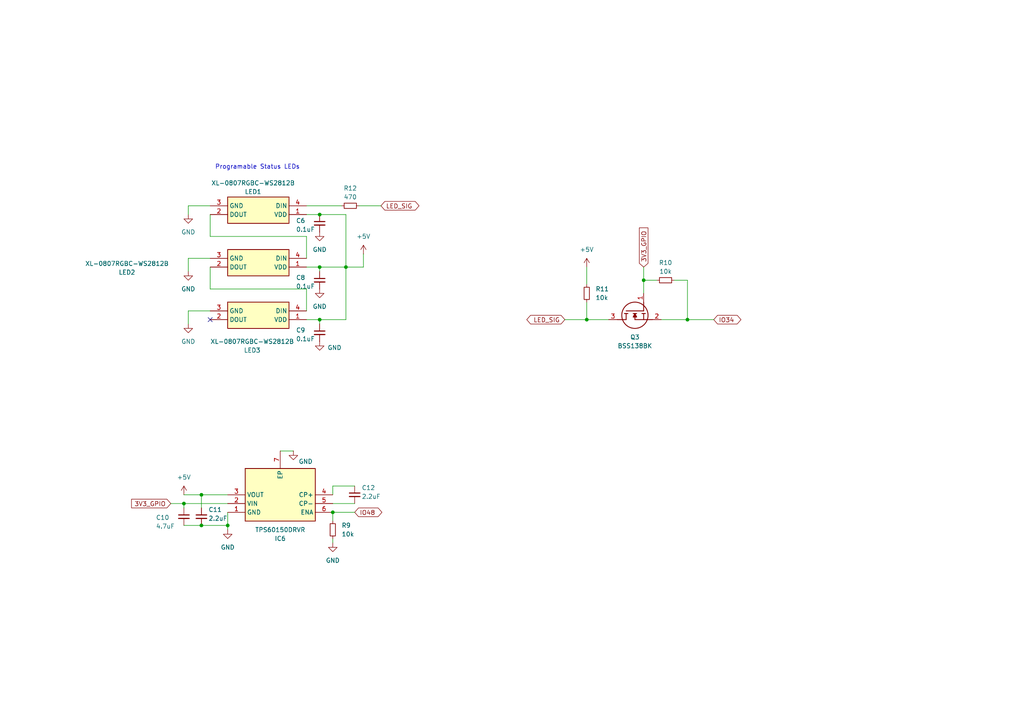
<source format=kicad_sch>
(kicad_sch (version 20231120) (generator "eeschema") (generator_version "8.0")
  (paper "A4")
  (lib_symbols
    (symbol "Device:C_Small" (pin_numbers hide) (pin_names (offset 0.254) hide)
      (property "Reference" "C" (at 0.254 1.778 0))
      (property "Value" "C_Small" (at 0.254 -2.032 0))
      (symbol "C_Small_0_1"
        (polyline (pts (xy -1.524 -0.508) (xy 1.524 -0.508)) (stroke (width 0.3302)))
        (polyline (pts (xy -1.524 0.508) (xy 1.524 0.508)) (stroke (width 0.3048)))
      )
      (symbol "C_Small_1_1"
        (pin passive line (at 0 2.54 270) (length 2.032) (name "~") (number "1"))
        (pin passive line (at 0 -2.54 90) (length 2.032) (name "~") (number "2"))
      )
    )
    (symbol "Device:R_Small" (pin_numbers hide) (pin_names (offset 0.254) hide)
      (property "Reference" "R" (at 0.762 0.508 0))
      (property "Value" "R_Small" (at 0.762 -1.016 0))
      (symbol "R_Small_0_1"
        (rectangle (start -0.762 1.778) (end 0.762 -1.778) (stroke (width 0.2032)))
      )
      (symbol "R_Small_1_1"
        (pin passive line (at 0 2.54 270) (length 0.762) (name "~") (number "1"))
        (pin passive line (at 0 -2.54 90) (length 0.762) (name "~") (number "2"))
      )
    )
    (symbol "power:+5V" (power) (pin_numbers hide) (pin_names (offset 0) hide)
      (property "Value" "+5V" (at 0 3.556 0))
      (symbol "+5V_0_1"
        (polyline (pts (xy -0.762 1.27) (xy 0 2.54)))
        (polyline (pts (xy 0 0) (xy 0 2.54)))
        (polyline (pts (xy 0 2.54) (xy 0.762 1.27)))
      )
      (symbol "+5V_1_1"
        (pin power_in line (at 0 0 90) (length 0) (name "~") (number "1"))
      )
    )
    (symbol "power:GND" (power) (pin_numbers hide) (pin_names (offset 0) hide)
      (property "Value" "GND" (at 0 -3.81 0))
      (symbol "GND_0_1"
        (polyline (pts (xy 0 0) (xy 0 -1.27) (xy 1.27 -1.27) (xy 0 -2.54) (xy -1.27 -1.27) (xy 0 -1.27)))
      )
      (symbol "GND_1_1"
        (pin power_in line (at 0 0 270) (length 0) (name "~") (number "1"))
      )
    )
    (symbol "stackflex_sym_lib:BSS138BK" (pin_names hide)
      (property "Reference" "Q" (at 11.43 3.81 0))
      (property "Value" "BSS138BK" (at 11.43 1.27 0))
      (symbol "BSS138BK_1_1"
        (polyline (pts (xy 2.54 0) (xy 5.08 0)) (stroke (width 0.254)))
        (polyline (pts (xy 5.08 5.08) (xy 5.08 0)) (stroke (width 0.254)))
        (polyline (pts (xy 5.842 -0.508) (xy 5.842 0.508)) (stroke (width 0.254)))
        (polyline (pts (xy 5.842 0) (xy 7.62 0)) (stroke (width 0.254)))
        (polyline (pts (xy 5.842 2.032) (xy 5.842 3.048)) (stroke (width 0.254)))
        (polyline (pts (xy 5.842 5.588) (xy 5.842 4.572)) (stroke (width 0.254)))
        (polyline (pts (xy 7.62 2.54) (xy 5.842 2.54)) (stroke (width 0.254)))
        (polyline (pts (xy 7.62 2.54) (xy 7.62 -2.54)) (stroke (width 0.254)))
        (polyline (pts (xy 7.62 5.08) (xy 5.842 5.08)) (stroke (width 0.254)))
        (polyline (pts (xy 7.62 5.08) (xy 7.62 7.62)) (stroke (width 0.254)))
        (polyline (pts (xy 5.842 2.54) (xy 6.858 3.048) (xy 6.858 2.032) (xy 5.842 2.54)) (stroke (width 0.254)) (fill (type outline)))
        (circle (center 6.35 2.54) (radius 3.81) (stroke (width 0.254)))
        (pin passive line (at 0 0 0) (length 2.54) (name "G") (number "1"))
        (pin passive line (at 7.62 -5.08 90) (length 2.54) (name "S") (number "2"))
        (pin passive line (at 7.62 10.16 270) (length 2.54) (name "D") (number "3"))
      )
    )
    (symbol "stackflex_sym_lib:TPS60150DRVR"
      (property "Reference" "IC" (at 26.67 7.62 0))
      (property "Value" "TPS60150DRVR" (at 26.67 5.08 0))
      (symbol "TPS60150DRVR_1_1"
        (rectangle (start 5.08 2.54) (end 25.4 -12.7) (stroke (width 0.254)) (fill (type background)))
        (pin passive line (at 0 0 0) (length 5.08) (name "GND") (number "1"))
        (pin passive line (at 0 -2.54 0) (length 5.08) (name "VIN") (number "2"))
        (pin passive line (at 0 -5.08 0) (length 5.08) (name "VOUT") (number "3"))
        (pin passive line (at 30.48 -5.08 180) (length 5.08) (name "CP+") (number "4"))
        (pin passive line (at 30.48 -2.54 180) (length 5.08) (name "CP-") (number "5"))
        (pin passive line (at 30.48 0 180) (length 5.08) (name "ENA") (number "6"))
        (pin passive line (at 15.24 -17.78 90) (length 5.08) (name "EP") (number "7"))
      )
    )
    (symbol "stackflex_sym_lib:XL-0807RGBC-WS2812B"
      (property "Reference" "LED" (at 24.13 7.62 0))
      (property "Value" "XL-0807RGBC-WS2812B" (at 24.13 5.08 0))
      (symbol "XL-0807RGBC-WS2812B_1_1"
        (rectangle (start 5.08 2.54) (end 22.86 -5.08) (stroke (width 0.254)) (fill (type background)))
        (pin passive line (at 27.94 0 180) (length 5.08) (name "VDD") (number "1"))
        (pin passive line (at 0 0 0) (length 5.08) (name "DOUT") (number "2"))
        (pin passive line (at 0 -2.54 0) (length 5.08) (name "GND") (number "3"))
        (pin passive line (at 27.94 -2.54 180) (length 5.08) (name "DIN") (number "4"))
      )
    )
  )
  (junction (at 100.33 77.47))
  (junction (at 58.42 152.4))
  (junction (at 170.18 92.71))
  (junction (at 58.42 143.51))
  (junction (at 92.71 77.47))
  (junction (at 92.71 62.23))
  (junction (at 53.34 146.05))
  (junction (at 66.04 152.4))
  (junction (at 96.52 148.59))
  (junction (at 186.69 81.28))
  (junction (at 199.39 92.71))
  (junction (at 92.71 92.71))
  (no_connect (at 60.96 92.71))
  (wire (pts (xy 100.33 62.23) (xy 100.33 77.47)))
  (wire (pts (xy 58.42 143.51) (xy 58.42 147.32)))
  (wire (pts (xy 53.34 143.51) (xy 58.42 143.51)))
  (wire (pts (xy 199.39 81.28) (xy 199.39 92.71)))
  (wire (pts (xy 54.61 74.93) (xy 60.96 74.93)))
  (wire (pts (xy 163.83 92.71) (xy 170.18 92.71)))
  (wire (pts (xy 88.9 83.82) (xy 88.9 90.17)))
  (wire (pts (xy 170.18 87.63) (xy 170.18 92.71)))
  (wire (pts (xy 104.14 59.69) (xy 110.49 59.69)))
  (wire (pts (xy 170.18 92.71) (xy 176.53 92.71)))
  (wire (pts (xy 100.33 77.47) (xy 100.33 92.71)))
  (wire (pts (xy 53.34 147.32) (xy 53.34 146.05)))
  (wire (pts (xy 88.9 59.69) (xy 99.06 59.69)))
  (wire (pts (xy 58.42 143.51) (xy 66.04 143.51)))
  (wire (pts (xy 199.39 92.71) (xy 207.01 92.71)))
  (wire (pts (xy 170.18 77.47) (xy 170.18 82.55)))
  (wire (pts (xy 92.71 92.71) (xy 92.71 93.98)))
  (wire (pts (xy 92.71 77.47) (xy 100.33 77.47)))
  (wire (pts (xy 96.52 146.05) (xy 102.87 146.05)))
  (wire (pts (xy 96.52 156.21) (xy 96.52 157.48)))
  (wire (pts (xy 49.53 146.05) (xy 53.34 146.05)))
  (wire (pts (xy 81.28 130.81) (xy 85.09 130.81)))
  (wire (pts (xy 195.58 81.28) (xy 199.39 81.28)))
  (wire (pts (xy 92.71 92.71) (xy 100.33 92.71)))
  (wire (pts (xy 53.34 152.4) (xy 58.42 152.4)))
  (wire (pts (xy 54.61 62.23) (xy 54.61 59.69)))
  (wire (pts (xy 54.61 59.69) (xy 60.96 59.69)))
  (wire (pts (xy 58.42 152.4) (xy 66.04 152.4)))
  (wire (pts (xy 92.71 77.47) (xy 92.71 78.74)))
  (wire (pts (xy 88.9 92.71) (xy 92.71 92.71)))
  (wire (pts (xy 96.52 140.97) (xy 102.87 140.97)))
  (wire (pts (xy 186.69 77.47) (xy 186.69 81.28)))
  (wire (pts (xy 96.52 148.59) (xy 96.52 151.13)))
  (wire (pts (xy 88.9 62.23) (xy 92.71 62.23)))
  (wire (pts (xy 186.69 81.28) (xy 186.69 85.09)))
  (wire (pts (xy 66.04 152.4) (xy 66.04 148.59)))
  (wire (pts (xy 60.96 68.58) (xy 88.9 68.58)))
  (wire (pts (xy 96.52 143.51) (xy 96.52 140.97)))
  (wire (pts (xy 60.96 62.23) (xy 60.96 68.58)))
  (wire (pts (xy 186.69 81.28) (xy 190.5 81.28)))
  (wire (pts (xy 53.34 146.05) (xy 66.04 146.05)))
  (wire (pts (xy 88.9 77.47) (xy 92.71 77.47)))
  (wire (pts (xy 105.41 77.47) (xy 100.33 77.47)))
  (wire (pts (xy 54.61 93.98) (xy 54.61 90.17)))
  (wire (pts (xy 191.77 92.71) (xy 199.39 92.71)))
  (wire (pts (xy 88.9 83.82) (xy 60.96 83.82)))
  (wire (pts (xy 66.04 153.67) (xy 66.04 152.4)))
  (wire (pts (xy 88.9 68.58) (xy 88.9 74.93)))
  (wire (pts (xy 105.41 73.66) (xy 105.41 77.47)))
  (wire (pts (xy 54.61 78.74) (xy 54.61 74.93)))
  (wire (pts (xy 92.71 62.23) (xy 100.33 62.23)))
  (wire (pts (xy 54.61 90.17) (xy 60.96 90.17)))
  (wire (pts (xy 96.52 148.59) (xy 102.87 148.59)))
  (wire (pts (xy 60.96 83.82) (xy 60.96 77.47)))
  (text "Programable Status LEDs" (at 74.676 48.514 0) (effects (font (size 1.27 1.27))))
  (global_label "3V3_GPIO" (shape input) (at 49.53 146.05 180) (property "Intersheetrefs" "${INTERSHEET_REFS}" (effects (hide yes))))
  (global_label "LED_SIG" (shape bidirectional) (at 163.83 92.71 180) (property "Intersheetrefs" "${INTERSHEET_REFS}" (effects (hide yes))))
  (global_label "IO48" (shape bidirectional) (at 102.87 148.59 0) (property "Intersheetrefs" "${INTERSHEET_REFS}" (effects (hide yes))))
  (global_label "IO34" (shape bidirectional) (at 207.01 92.71 0) (property "Intersheetrefs" "${INTERSHEET_REFS}" (effects (hide yes))))
  (global_label "3V3_GPIO" (shape input) (at 186.69 77.47 90) (property "Intersheetrefs" "${INTERSHEET_REFS}" (effects (hide yes))))
  (global_label "LED_SIG" (shape bidirectional) (at 110.49 59.69 0) (property "Intersheetrefs" "${INTERSHEET_REFS}" (effects (hide yes))))
  (symbol (lib_id "Device:R_Small") (at 170.18 85.09 180) (unit 1)
    (property "Reference" "R11" (at 172.72 83.8199 0) (effects (justify right)))
    (property "Value" "10k" (at 172.72 86.3599 0) (effects (justify right)))
    (property "Footprint" "Resistor_SMD:R_0402_1005Metric" (effects (hide yes)))
    (property "Description" "Resistor, small symbol" (effects (hide yes)))
  )
  (symbol (lib_id "Device:C_Small") (at 92.71 64.77 0) (unit 1)
    (property "Reference" "C6" (at 85.852 64.008 0) (effects (justify left)))
    (property "Value" "0.1uF" (at 85.852 66.548 0) (effects (justify left)))
    (property "Footprint" "Capacitor_SMD:C_0402_1005Metric" (effects (hide yes)))
    (property "Description" "Unpolarized capacitor, small symbol" (effects (hide yes)))
  )
  (symbol (lib_id "power:GND") (at 92.71 67.31 0) (unit 1)
    (property "Reference" "#PWR026" (effects (hide yes)))
    (property "Value" "GND" (at 92.71 72.39 0))
    (property "Description" "Power symbol creates a global label with name \"GND\" , ground" (effects (hide yes)))
  )
  (symbol (lib_id "Device:R_Small") (at 193.04 81.28 90) (unit 1)
    (property "Reference" "R10" (at 193.04 76.2 90))
    (property "Value" "10k" (at 193.04 78.74 90))
    (property "Footprint" "Resistor_SMD:R_0402_1005Metric" (effects (hide yes)))
    (property "Description" "Resistor, small symbol" (effects (hide yes)))
  )
  (symbol (lib_id "Device:C_Small") (at 102.87 143.51 0) (unit 1)
    (property "Reference" "C12" (at 104.902 141.478 0) (effects (justify left)))
    (property "Value" "2.2uF" (at 104.902 144.018 0) (effects (justify left)))
    (property "Footprint" "Capacitor_SMD:C_0402_1005Metric" (effects (hide yes)))
    (property "Description" "Unpolarized capacitor, small symbol" (effects (hide yes)))
  )
  (symbol (lib_id "stackflex_sym_lib:BSS138BK") (at 186.69 85.09 90) (mirror x) (unit 1)
    (property "Reference" "Q3" (at 184.15 97.79 90))
    (property "Value" "BSS138BK" (at 184.15 100.33 90))
    (property "Footprint" "TL431CDBZR215" (effects (hide yes)))
    (property "Datasheet" "https://datasheet.datasheetarchive.com/originals/distributors/Datasheets-NXP/DSANXP010002281.pdf" (effects (hide yes)))
    (property "Description" "MOSFET,n-channel,60V,360mA,1ohm,SOT23 NXP BSS138BK N-channel MOSFET Transistor, 0.36 A, 60 V, 3-Pin SOT-23" (effects (hide yes)))
    (property "Height" "1.1" (effects (hide yes)))
    (property "Mouser Part Number" "N/A" (effects (hide yes)))
    (property "Mouser Price/Stock" "https://www.mouser.co.uk/ProductDetail/Nexperia/BSS138BK?qs=vHuUswq2%252BswEXXqPA0ToNQ%3D%3D" (effects (hide yes)))
    (property "Manufacturer_Name" "Nexperia" (effects (hide yes)))
    (property "Manufacturer_Part_Number" "BSS138BK" (effects (hide yes)))
  )
  (symbol (lib_id "power:+5V") (at 170.18 77.47 0) (unit 1)
    (property "Reference" "#PWR035" (effects (hide yes)))
    (property "Value" "+5V" (at 170.18 72.39 0))
    (property "Description" "Power symbol creates a global label with name \"+5V\"" (effects (hide yes)))
  )
  (symbol (lib_id "Device:C_Small") (at 92.71 96.52 0) (unit 1)
    (property "Reference" "C9" (at 85.852 95.758 0) (effects (justify left)))
    (property "Value" "0.1uF" (at 85.852 98.298 0) (effects (justify left)))
    (property "Footprint" "Capacitor_SMD:C_0402_1005Metric" (effects (hide yes)))
    (property "Description" "Unpolarized capacitor, small symbol" (effects (hide yes)))
  )
  (symbol (lib_id "power:GND") (at 96.52 157.48 0) (unit 1)
    (property "Reference" "#PWR033" (effects (hide yes)))
    (property "Value" "GND" (at 96.52 162.56 0))
    (property "Description" "Power symbol creates a global label with name \"GND\" , ground" (effects (hide yes)))
  )
  (symbol (lib_id "power:GND") (at 92.71 99.06 0) (unit 1)
    (property "Reference" "#PWR029" (effects (hide yes)))
    (property "Value" "GND" (at 97.028 100.838 0))
    (property "Description" "Power symbol creates a global label with name \"GND\" , ground" (effects (hide yes)))
  )
  (symbol (lib_id "Device:C_Small") (at 58.42 149.86 0) (unit 1)
    (property "Reference" "C11" (at 60.452 147.828 0) (effects (justify left)))
    (property "Value" "2.2uF" (at 60.452 150.368 0) (effects (justify left)))
    (property "Footprint" "Capacitor_SMD:C_0402_1005Metric" (effects (hide yes)))
    (property "Description" "Unpolarized capacitor, small symbol" (effects (hide yes)))
  )
  (symbol (lib_id "Device:R_Small") (at 101.6 59.69 270) (unit 1)
    (property "Reference" "R12" (at 101.6 54.61 90))
    (property "Value" "470" (at 101.6 57.15 90))
    (property "Footprint" "Resistor_SMD:R_0402_1005Metric" (effects (hide yes)))
    (property "Description" "Resistor, small symbol" (effects (hide yes)))
  )
  (symbol (lib_id "stackflex_sym_lib:XL-0807RGBC-WS2812B") (at 60.96 62.23 0) (mirror x) (unit 1)
    (property "Reference" "LED1" (at 73.406 55.626 0))
    (property "Value" "XL-0807RGBC-WS2812B" (at 73.406 53.086 0))
    (property "Footprint" "XL0807RGBCWS2812B" (effects (hide yes)))
    (property "Datasheet" "https://datasheet.lcsc.com/lcsc/2207041845_XINGLIGHT-XL-0807RGBC-WS2812B_C3646929.pdf" (effects (hide yes)))
    (property "Description" "20mA Colorless -40~+150 Positive post Multi-Color 120 3.5V~5.5V SMD,1.8x2mm Light Emitting Diodes (LED) ROHS" (effects (hide yes)))
    (property "Height" "0.9" (effects (hide yes)))
    (property "Manufacturer_Name" "XINGLIGHT" (effects (hide yes)))
    (property "Manufacturer_Part_Number" "XL-0807RGBC-WS2812B" (effects (hide yes)))
  )
  (symbol (lib_id "Device:R_Small") (at 96.52 153.67 0) (unit 1)
    (property "Reference" "R9" (at 99.06 152.3999 0) (effects (justify left)))
    (property "Value" "10k" (at 99.06 154.9399 0) (effects (justify left)))
    (property "Footprint" "Resistor_SMD:R_0402_1005Metric" (effects (hide yes)))
    (property "Description" "Resistor, small symbol" (effects (hide yes)))
  )
  (symbol (lib_id "power:GND") (at 54.61 78.74 0) (unit 1)
    (property "Reference" "#PWR020" (effects (hide yes)))
    (property "Value" "GND" (at 54.61 83.82 0))
    (property "Description" "Power symbol creates a global label with name \"GND\" , ground" (effects (hide yes)))
  )
  (symbol (lib_id "power:GND") (at 66.04 153.67 0) (unit 1)
    (property "Reference" "#PWR030" (effects (hide yes)))
    (property "Value" "GND" (at 66.04 158.75 0))
    (property "Description" "Power symbol creates a global label with name \"GND\" , ground" (effects (hide yes)))
  )
  (symbol (lib_id "stackflex_sym_lib:XL-0807RGBC-WS2812B") (at 60.96 77.47 0) (mirror x) (unit 1)
    (property "Reference" "LED2" (at 36.83 78.994 0))
    (property "Value" "XL-0807RGBC-WS2812B" (at 36.83 76.454 0))
    (property "Footprint" "XL0807RGBCWS2812B" (effects (hide yes)))
    (property "Datasheet" "https://datasheet.lcsc.com/lcsc/2207041845_XINGLIGHT-XL-0807RGBC-WS2812B_C3646929.pdf" (effects (hide yes)))
    (property "Description" "20mA Colorless -40~+150 Positive post Multi-Color 120 3.5V~5.5V SMD,1.8x2mm Light Emitting Diodes (LED) ROHS" (effects (hide yes)))
    (property "Height" "0.9" (effects (hide yes)))
    (property "Manufacturer_Name" "XINGLIGHT" (effects (hide yes)))
    (property "Manufacturer_Part_Number" "XL-0807RGBC-WS2812B" (effects (hide yes)))
  )
  (symbol (lib_id "power:GND") (at 54.61 93.98 0) (unit 1)
    (property "Reference" "#PWR025" (effects (hide yes)))
    (property "Value" "GND" (at 54.61 99.06 0))
    (property "Description" "Power symbol creates a global label with name \"GND\" , ground" (effects (hide yes)))
  )
  (symbol (lib_id "power:+5V") (at 53.34 143.51 0) (unit 1)
    (property "Reference" "#PWR031" (effects (hide yes)))
    (property "Value" "+5V" (at 53.34 138.43 0))
    (property "Description" "Power symbol creates a global label with name \"+5V\"" (effects (hide yes)))
  )
  (symbol (lib_id "stackflex_sym_lib:XL-0807RGBC-WS2812B") (at 60.96 92.71 0) (mirror x) (unit 1)
    (property "Reference" "LED3" (at 73.152 101.6 0))
    (property "Value" "XL-0807RGBC-WS2812B" (at 73.152 99.06 0))
    (property "Footprint" "XL0807RGBCWS2812B" (effects (hide yes)))
    (property "Datasheet" "https://datasheet.lcsc.com/lcsc/2207041845_XINGLIGHT-XL-0807RGBC-WS2812B_C3646929.pdf" (effects (hide yes)))
    (property "Description" "20mA Colorless -40~+150 Positive post Multi-Color 120 3.5V~5.5V SMD,1.8x2mm Light Emitting Diodes (LED) ROHS" (effects (hide yes)))
    (property "Height" "0.9" (effects (hide yes)))
    (property "Manufacturer_Name" "XINGLIGHT" (effects (hide yes)))
    (property "Manufacturer_Part_Number" "XL-0807RGBC-WS2812B" (effects (hide yes)))
  )
  (symbol (lib_id "power:+5V") (at 105.41 73.66 0) (unit 1)
    (property "Reference" "#PWR034" (effects (hide yes)))
    (property "Value" "+5V" (at 105.41 68.58 0))
    (property "Description" "Power symbol creates a global label with name \"+5V\"" (effects (hide yes)))
  )
  (symbol (lib_id "Device:C_Small") (at 53.34 149.86 0) (unit 1)
    (property "Reference" "C10" (at 45.212 150.114 0) (effects (justify left)))
    (property "Value" "4.7uF" (at 45.212 152.654 0) (effects (justify left)))
    (property "Footprint" "Capacitor_SMD:C_0402_1005Metric" (effects (hide yes)))
    (property "Description" "Unpolarized capacitor, small symbol" (effects (hide yes)))
  )
  (symbol (lib_id "power:GND") (at 54.61 62.23 0) (unit 1)
    (property "Reference" "#PWR019" (effects (hide yes)))
    (property "Value" "GND" (at 54.61 67.31 0))
    (property "Description" "Power symbol creates a global label with name \"GND\" , ground" (effects (hide yes)))
  )
  (symbol (lib_id "Device:C_Small") (at 92.71 81.28 0) (unit 1)
    (property "Reference" "C8" (at 85.852 80.518 0) (effects (justify left)))
    (property "Value" "0.1uF" (at 85.852 83.058 0) (effects (justify left)))
    (property "Footprint" "Capacitor_SMD:C_0402_1005Metric" (effects (hide yes)))
    (property "Description" "Unpolarized capacitor, small symbol" (effects (hide yes)))
  )
  (symbol (lib_id "power:GND") (at 85.09 130.81 0) (unit 1)
    (property "Reference" "#PWR032" (effects (hide yes)))
    (property "Value" "GND" (at 88.646 133.858 0))
    (property "Description" "Power symbol creates a global label with name \"GND\" , ground" (effects (hide yes)))
  )
  (symbol (lib_id "power:GND") (at 92.71 83.82 0) (unit 1)
    (property "Reference" "#PWR028" (effects (hide yes)))
    (property "Value" "GND" (at 92.71 88.9 0))
    (property "Description" "Power symbol creates a global label with name \"GND\" , ground" (effects (hide yes)))
  )
  (symbol (lib_id "stackflex_sym_lib:TPS60150DRVR") (at 66.04 148.59 0) (mirror x) (unit 1)
    (property "Reference" "IC6" (at 81.28 156.21 0))
    (property "Value" "TPS60150DRVR" (at 81.28 153.67 0))
    (property "Footprint" "SON65P200X200X80-7N" (effects (hide yes)))
    (property "Datasheet" "http://componentsearchengine.com/Datasheets/1/TPS60150DRVR.pdf" (effects (hide yes)))
    (property "Description" "140mA, 5V Charge Pump in 2x2 SON" (effects (hide yes)))
    (property "Height" "0.8" (effects (hide yes)))
    (property "Mouser Part Number" "595-TPS60150DRVR" (effects (hide yes)))
    (property "Mouser Price/Stock" "https://www.mouser.co.uk/ProductDetail/Texas-Instruments/TPS60150DRVR?qs=IDSsxkoac0y%252BLx112%2Ft7nA%3D%3D" (effects (hide yes)))
    (property "Manufacturer_Name" "Texas Instruments" (effects (hide yes)))
    (property "Manufacturer_Part_Number" "TPS60150DRVR" (effects (hide yes)))
  )
)
</source>
